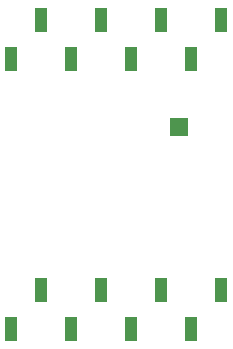
<source format=gbs>
%TF.GenerationSoftware,KiCad,Pcbnew,8.0.1*%
%TF.CreationDate,2024-04-01T15:48:33-05:00*%
%TF.ProjectId,adapter_board,61646170-7465-4725-9f62-6f6172642e6b,rev?*%
%TF.SameCoordinates,Original*%
%TF.FileFunction,Soldermask,Bot*%
%TF.FilePolarity,Negative*%
%FSLAX46Y46*%
G04 Gerber Fmt 4.6, Leading zero omitted, Abs format (unit mm)*
G04 Created by KiCad (PCBNEW 8.0.1) date 2024-04-01 15:48:33*
%MOMM*%
%LPD*%
G01*
G04 APERTURE LIST*
%ADD10R,1.500000X1.500000*%
%ADD11R,0.990600X2.006600*%
G04 APERTURE END LIST*
D10*
%TO.C,TP1*%
X170270000Y-67460000D03*
%TD*%
D11*
%TO.C,J1*%
X156110000Y-84511000D03*
X158650000Y-81209000D03*
X161190000Y-84511000D03*
X163730000Y-81209000D03*
X166270000Y-84511000D03*
X168810000Y-81209000D03*
X171350000Y-84511000D03*
X173890000Y-81209000D03*
%TD*%
%TO.C,J4*%
X156110000Y-61651000D03*
X158650000Y-58349000D03*
X161190000Y-61651000D03*
X163730000Y-58349000D03*
X166270000Y-61651000D03*
X168810000Y-58349000D03*
X171350000Y-61651000D03*
X173890000Y-58349000D03*
%TD*%
M02*

</source>
